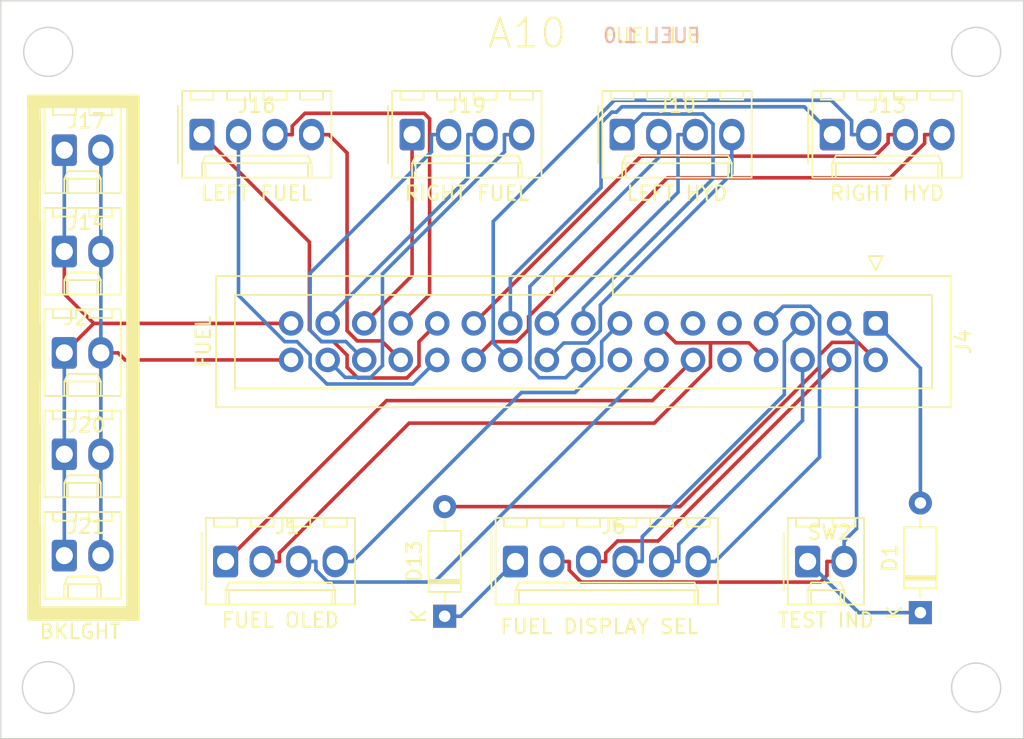
<source format=kicad_pcb>
(kicad_pcb (version 20240108) (generator "pcbnew") (generator_version "8.0")
  (layers (0 "F.Cu" signal) (31 "B.Cu" signal) (34 "B.Paste" user) (35 "F.Paste" user) (36 "B.SilkS" user "B.Silkscreen") (37 "F.SilkS" user "F.Silkscreen") (38 "B.Mask" user) (39 "F.Mask" user) (44 "Edge.Cuts" user))
  (net 0 "")
  (net 1 "Net-(D1-K)")
  (net 2 "Net-(D13-K)")
  (net 3 "COL0")
  (net 4 "COL1")
  (net 5 "+5V")
  (net 6 "FUEL_OLED_SC")
  (net 7 "FUEL_OLED_SD")
  (net 8 "GND")
  (net 9 "BACKLIGHT_-V")
  (net 10 "+12V")
  (net 11 "STEP_LEFT_FUEL_A")
  (net 13 "STEP_LEFT_HYD_C")
  (net 14 "ROW3")
  (net 15 "STEP_LEFT_HYD_B")
  (net 16 "STEP_HYD_RIGHT_A")
  (net 18 "STEP_HYD_RIGHT_B")
  (net 19 "STEP_LEFT_HYD_A")
  (net 20 "STEP_RIGHT_FUEL_B")
  (net 21 "STEP_RIGHT_FUEL_C")
  (net 22 "STEP_RIGHT_FUEL_A")
  (net 24 "STEP_LEFT_FUEL_B")
  (net 25 "STEP_LEFT_FUEL_D")
  (net 27 "ROW2")
  (net 28 "STEP_LEFT_HYD_D")
  (net 29 "STEP_HYD_RIGHT_C")
  (net 30 "ROW4")
  (net 31 "ROW0")
  (net 32 "ROW1")
  (net 33 "STEP_LEFT_FUEL_C")
  (net 34 "STEP_RIGHT_FUEL_D")
  (net 35 "STEP_HYD_RIGHT_D")
  (footprint "Connector_Molex:Molex_KK-254_AE-6410-02A_1x02_P2.54mm_Vertical" (layer "F.Cu") (at 100.18 77.825)
    (property "Reference" "J2" (at 0.8 -2.43 0) (layer "F.SilkS"))
    (property "Value" "BKLGHT" (hide yes))
    (pad "1" thru_hole roundrect (at 0 0) (size 1.74 2.19) (drill 1.19) (layers "*.Cu" "*.Mask") (roundrect_rratio 0.1436781609) (net 10 "+12V"))
    (pad "2" thru_hole oval (at 2.54 0) (size 1.74 2.19) (drill 1.19) (layers "*.Cu" "*.Mask") (net 9 "BACKLIGHT_-V"))
  )
  (footprint "Connector_Molex:Molex_KK-254_AE-6410-04A_1x04_P2.54mm_Vertical" (layer "F.Cu") (at 109.75 62.65)
    (property "Reference" "J16" (at 3.81 -2.032 0) (layer "F.SilkS"))
    (property "Value" "LEFT FUEL" (at 3.81 4.08 0) (layer "F.SilkS"))
    (pad "1" thru_hole roundrect (at 0 0) (size 1.74 2.19) (drill 1.19) (layers "*.Cu" "*.Mask") (roundrect_rratio 0.143678) (net 11 "STEP_LEFT_FUEL_A"))
    (pad "2" thru_hole oval (at 2.54 0) (size 1.74 2.19) (drill 1.19) (layers "*.Cu" "*.Mask") (net 24 "STEP_LEFT_FUEL_B"))
    (pad "3" thru_hole oval (at 5.08 0) (size 1.74 2.19) (drill 1.19) (layers "*.Cu" "*.Mask") (net 33 "STEP_LEFT_FUEL_C"))
    (pad "4" thru_hole oval (at 7.62 0) (size 1.74 2.19) (drill 1.19) (layers "*.Cu" "*.Mask") (net 25 "STEP_LEFT_FUEL_D"))
  )
  (footprint "Connector_Molex:Molex_KK-254_AE-6410-02A_1x02_P2.54mm_Vertical" (layer "F.Cu") (at 100.18 84.8725)
    (property "Reference" "J20" (at 1.524 -2.032 0) (layer "F.SilkS"))
    (property "Value" "BKLGHT" (hide yes))
    (pad "1" thru_hole roundrect (at 0 0) (size 1.74 2.19) (drill 1.19) (layers "*.Cu" "*.Mask") (roundrect_rratio 0.143678) (net 10 "+12V"))
    (pad "2" thru_hole oval (at 2.54 0) (size 1.74 2.19) (drill 1.19) (layers "*.Cu" "*.Mask") (net 9 "BACKLIGHT_-V"))
  )
  (footprint "Connector_Molex:Molex_KK-254_AE-6410-04A_1x04_P2.54mm_Vertical" (layer "F.Cu") (at 124.3583 62.65)
    (property "Reference" "J19" (at 3.81 -2.032 0) (layer "F.SilkS"))
    (property "Value" "RIGHT FUEL" (at 3.81 4.08 0) (layer "F.SilkS"))
    (pad "1" thru_hole roundrect (at 0 0) (size 1.74 2.19) (drill 1.19) (layers "*.Cu" "*.Mask") (roundrect_rratio 0.143678) (net 22 "STEP_RIGHT_FUEL_A"))
    (pad "2" thru_hole oval (at 2.54 0) (size 1.74 2.19) (drill 1.19) (layers "*.Cu" "*.Mask") (net 20 "STEP_RIGHT_FUEL_B"))
    (pad "3" thru_hole oval (at 5.08 0) (size 1.74 2.19) (drill 1.19) (layers "*.Cu" "*.Mask") (net 21 "STEP_RIGHT_FUEL_C"))
    (pad "4" thru_hole oval (at 7.62 0) (size 1.74 2.19) (drill 1.19) (layers "*.Cu" "*.Mask") (net 34 "STEP_RIGHT_FUEL_D"))
  )
  (footprint "Connector_Molex:Molex_KK-254_AE-6410-04A_1x04_P2.54mm_Vertical" (layer "F.Cu") (at 111.395 92.33)
    (property "Reference" "J1" (at 4.28 -2.43 0) (layer "F.SilkS"))
    (property "Value" "FUEL OLED" (at 3.81 4.08 0) (layer "F.SilkS"))
    (pad "1" thru_hole roundrect (at 0 0) (size 1.74 2.19) (drill 1.19) (layers "*.Cu" "*.Mask") (roundrect_rratio 0.1436781609) (net 5 "+5V"))
    (pad "2" thru_hole oval (at 2.54 0) (size 1.74 2.19) (drill 1.19) (layers "*.Cu" "*.Mask") (net 8 "GND"))
    (pad "3" thru_hole oval (at 5.08 0) (size 1.74 2.19) (drill 1.19) (layers "*.Cu" "*.Mask") (net 6 "FUEL_OLED_SC"))
    (pad "4" thru_hole oval (at 7.62 0) (size 1.74 2.19) (drill 1.19) (layers "*.Cu" "*.Mask") (net 7 "FUEL_OLED_SD"))
  )
  (footprint "Connector_Molex:Molex_KK-254_AE-6410-02A_1x02_P2.54mm_Vertical" (layer "F.Cu") (at 100.18 70.7775)
    (property "Reference" "J14" (at 1.524 -2.032 0) (layer "F.SilkS"))
    (property "Value" "BKLGHT" (hide yes))
    (pad "1" thru_hole roundrect (at 0 0) (size 1.74 2.19) (drill 1.19) (layers "*.Cu" "*.Mask") (roundrect_rratio 0.143678) (net 10 "+12V"))
    (pad "2" thru_hole oval (at 2.54 0) (size 1.74 2.19) (drill 1.19) (layers "*.Cu" "*.Mask") (net 9 "BACKLIGHT_-V"))
  )
  (footprint "Diode_THT:D_DO-35_SOD27_P7.62mm_Horizontal" (layer "F.Cu") (at 126.625 96.135 90)
    (property "Reference" "D13" (at 3.81 -2.12 -90) (layer "F.SilkS"))
    (property "Value" "D")
    (fp_text user "K" (at 0 -1.8 -90) (layer "F.SilkS"))
    (pad "1" thru_hole rect (at 0 0 90) (size 1.6 1.6) (drill 0.8) (layers "*.Cu" "*.Mask") (net 2 "Net-(D13-K)"))
    (pad "2" thru_hole oval (at 7.62 0 90) (size 1.6 1.6) (drill 0.8) (layers "*.Cu" "*.Mask") (net 4 "COL1"))
  )
  (footprint "Connector_Molex:Molex_KK-254_AE-6410-06A_1x06_P2.54mm_Vertical" (layer "F.Cu") (at 131.545 92.33)
    (property "Reference" "J6" (at 6.82 -2.43 0) (layer "F.SilkS"))
    (property "Value" "FUEL DISPLAY SEL" (at 5.83 4.525 0) (layer "F.SilkS"))
    (pad "1" thru_hole roundrect (at 0 0) (size 1.74 2.19) (drill 1.19) (layers "*.Cu" "*.Mask") (roundrect_rratio 0.1436781609) (net 2 "Net-(D13-K)"))
    (pad "2" thru_hole oval (at 2.54 0) (size 1.74 2.19) (drill 1.19) (layers "*.Cu" "*.Mask") (net 31 "ROW0"))
    (pad "3" thru_hole oval (at 5.08 0) (size 1.74 2.19) (drill 1.19) (layers "*.Cu" "*.Mask") (net 32 "ROW1"))
    (pad "4" thru_hole oval (at 7.62 0) (size 1.74 2.19) (drill 1.19) (layers "*.Cu" "*.Mask") (net 27 "ROW2"))
    (pad "5" thru_hole oval (at 10.16 0) (size 1.74 2.19) (drill 1.19) (layers "*.Cu" "*.Mask") (net 14 "ROW3"))
    (pad "6" thru_hole oval (at 12.7 0) (size 1.74 2.19) (drill 1.19) (layers "*.Cu" "*.Mask") (net 30 "ROW4"))
  )
  (footprint "Connector_Molex:Molex_KK-254_AE-6410-04A_1x04_P2.54mm_Vertical" (layer "F.Cu") (at 153.575 62.65)
    (property "Reference" "J13" (at 3.81 -2.032 0) (layer "F.SilkS"))
    (property "Value" "RIGHT HYD" (at 3.81 4.08 0) (layer "F.SilkS"))
    (pad "1" thru_hole roundrect (at 0 0) (size 1.74 2.19) (drill 1.19) (layers "*.Cu" "*.Mask") (roundrect_rratio 0.143678) (net 16 "STEP_HYD_RIGHT_A"))
    (pad "2" thru_hole oval (at 2.54 0) (size 1.74 2.19) (drill 1.19) (layers "*.Cu" "*.Mask") (net 18 "STEP_HYD_RIGHT_B"))
    (pad "3" thru_hole oval (at 5.08 0) (size 1.74 2.19) (drill 1.19) (layers "*.Cu" "*.Mask") (net 29 "STEP_HYD_RIGHT_C"))
    (pad "4" thru_hole oval (at 7.62 0) (size 1.74 2.19) (drill 1.19) (layers "*.Cu" "*.Mask") (net 35 "STEP_HYD_RIGHT_D"))
  )
  (footprint "Connector_Molex:Molex_KK-254_AE-6410-02A_1x02_P2.54mm_Vertical" (layer "F.Cu") (at 100.18 63.73)
    (property "Reference" "J17" (at 1.524 -2.032 0) (layer "F.SilkS"))
    (property "Value" "BKLGHT" (hide yes))
    (pad "1" thru_hole roundrect (at 0 0) (size 1.74 2.19) (drill 1.19) (layers "*.Cu" "*.Mask") (roundrect_rratio 0.143678) (net 10 "+12V"))
    (pad "2" thru_hole oval (at 2.54 0) (size 1.74 2.19) (drill 1.19) (layers "*.Cu" "*.Mask") (net 9 "BACKLIGHT_-V"))
  )
  (footprint "Connector_Molex:Molex_KK-254_AE-6410-04A_1x04_P2.54mm_Vertical" (layer "F.Cu") (at 138.9667 62.65)
    (property "Reference" "J10" (at 3.81 -2.032 0) (layer "F.SilkS"))
    (property "Value" "LEFT HYD" (at 3.81 4.08 0) (layer "F.SilkS"))
    (pad "1" thru_hole roundrect (at 0 0) (size 1.74 2.19) (drill 1.19) (layers "*.Cu" "*.Mask") (roundrect_rratio 0.143678) (net 19 "STEP_LEFT_HYD_A"))
    (pad "2" thru_hole oval (at 2.54 0) (size 1.74 2.19) (drill 1.19) (layers "*.Cu" "*.Mask") (net 15 "STEP_LEFT_HYD_B"))
    (pad "3" thru_hole oval (at 5.08 0) (size 1.74 2.19) (drill 1.19) (layers "*.Cu" "*.Mask") (net 13 "STEP_LEFT_HYD_C"))
    (pad "4" thru_hole oval (at 7.62 0) (size 1.74 2.19) (drill 1.19) (layers "*.Cu" "*.Mask") (net 28 "STEP_LEFT_HYD_D"))
  )
  (footprint "Diode_THT:D_DO-35_SOD27_P7.62mm_Horizontal" (layer "F.Cu") (at 159.7 95.885 90)
    (property "Reference" "D1" (at 3.81 -2.12 90) (layer "F.SilkS"))
    (property "Value" "D")
    (fp_text user "K" (at 0 -1.8 90) (layer "F.SilkS"))
    (pad "1" thru_hole rect (at 0 0 90) (size 1.6 1.6) (drill 0.8) (layers "*.Cu" "*.Mask") (net 1 "Net-(D1-K)"))
    (pad "2" thru_hole oval (at 7.62 0 90) (size 1.6 1.6) (drill 0.8) (layers "*.Cu" "*.Mask") (net 3 "COL0"))
  )
  (footprint "Connector_Molex:Molex_KK-254_AE-6410-02A_1x02_P2.54mm_Vertical" (layer "F.Cu") (at 151.86 92.33)
    (property "Reference" "SW2" (at 1.524 -2.032 0) (layer "F.SilkS"))
    (property "Value" "TEST IND" (at 1.27 4.08 0) (layer "F.SilkS"))
    (pad "1" thru_hole roundrect (at 0 0) (size 1.74 2.19) (drill 1.19) (layers "*.Cu" "*.Mask") (roundrect_rratio 0.143678) (net 1 "Net-(D1-K)"))
    (pad "2" thru_hole oval (at 2.54 0) (size 1.74 2.19) (drill 1.19) (layers "*.Cu" "*.Mask") (net 31 "ROW0"))
  )
  (footprint "Connector_Molex:Molex_KK-254_AE-6410-02A_1x02_P2.54mm_Vertical" (layer "F.Cu") (at 100.18 91.92)
    (property "Reference" "J21" (at 1.524 -2.032 0) (layer "F.SilkS"))
    (property "Value" "BKLGHT" (at 1.095 5.28 0) (layer "F.SilkS"))
    (pad "1" thru_hole roundrect (at 0 0) (size 1.74 2.19) (drill 1.19) (layers "*.Cu" "*.Mask") (roundrect_rratio 0.143678) (net 10 "+12V"))
    (pad "2" thru_hole oval (at 2.54 0) (size 1.74 2.19) (drill 1.19) (layers "*.Cu" "*.Mask") (net 9 "BACKLIGHT_-V"))
  )
  (footprint "Connector_IDC:IDC-Header_2x17_P2.54mm_Vertical" (layer "F.Cu") (at 156.59 75.775 -90)
    (property "Reference" "J4" (at 1.27 -6.1 90) (layer "F.SilkS"))
    (property "Value" "FUEL" (at 1.27 46.74 90) (layer "F.SilkS"))
    (pad "1" thru_hole roundrect (at 0 0 270) (size 1.7 1.7) (drill 1) (layers "*.Cu" "*.Mask") (roundrect_rratio 0.147059) (net 3 "COL0"))
    (pad "2" thru_hole circle (at 2.54 0 270) (size 1.7 1.7) (drill 1) (layers "*.Cu" "*.Mask") (net 4 "COL1"))
    (pad "3" thru_hole circle (at 0 2.54 270) (size 1.7 1.7) (drill 1) (layers "*.Cu" "*.Mask") (net 31 "ROW0"))
    (pad "4" thru_hole circle (at 2.54 2.54 270) (size 1.7 1.7) (drill 1) (layers "*.Cu" "*.Mask") (net 32 "ROW1"))
    (pad "5" thru_hole circle (at 0 5.08 270) (size 1.7 1.7) (drill 1) (layers "*.Cu" "*.Mask") (net 27 "ROW2"))
    (pad "6" thru_hole circle (at 2.54 5.08 270) (size 1.7 1.7) (drill 1) (layers "*.Cu" "*.Mask") (net 14 "ROW3"))
    (pad "7" thru_hole circle (at 0 7.62 270) (size 1.7 1.7) (drill 1) (layers "*.Cu" "*.Mask") (net 30 "ROW4"))
    (pad "8" thru_hole circle (at 2.54 7.62 270) (size 1.7 1.7) (drill 1) (layers "*.Cu" "*.Mask") (net 8 "GND"))
    (pad "9" thru_hole circle (at 0 10.16 270) (size 1.7 1.7) (drill 1) (layers "*.Cu" "*.Mask"))
    (pad "10" thru_hole circle (at 2.54 10.16 270) (size 1.7 1.7) (drill 1) (layers "*.Cu" "*.Mask"))
    (pad "11" thru_hole circle (at 0 12.7 270) (size 1.7 1.7) (drill 1) (layers "*.Cu" "*.Mask"))
    (pad "12" thru_hole circle (at 2.54 12.7 270) (size 1.7 1.7) (drill 1) (layers "*.Cu" "*.Mask") (net 5 "+5V"))
    (pad "13" thru_hole circle (at 0 15.24 270) (size 1.7 1.7) (drill 1) (layers "*.Cu" "*.Mask") (net 8 "GND"))
    (pad "14" thru_hole circle (at 2.54 15.24 270) (size 1.7 1.7) (drill 1) (layers "*.Cu" "*.Mask") (net 6 "FUEL_OLED_SC"))
    (pad "15" thru_hole circle (at 0 17.78 270) (size 1.7 1.7) (drill 1) (layers "*.Cu" "*.Mask") (net 7 "FUEL_OLED_SD"))
    (pad "16" thru_hole circle (at 2.54 17.78 270) (size 1.7 1.7) (drill 1) (layers "*.Cu" "*.Mask"))
    (pad "17" thru_hole circle (at 0 20.32 270) (size 1.7 1.7) (drill 1) (layers "*.Cu" "*.Mask") (net 19 "STEP_LEFT_HYD_A"))
    (pad "18" thru_hole circle (at 2.54 20.32 270) (size 1.7 1.7) (drill 1) (layers "*.Cu" "*.Mask") (net 15 "STEP_LEFT_HYD_B"))
    (pad "19" thru_hole circle (at 0 22.86 270) (size 1.7 1.7) (drill 1) (layers "*.Cu" "*.Mask") (net 13 "STEP_LEFT_HYD_C"))
    (pad "20" thru_hole circle (at 2.54 22.86 270) (size 1.7 1.7) (drill 1) (layers "*.Cu" "*.Mask") (net 28 "STEP_LEFT_HYD_D"))
    (pad "21" thru_hole circle (at 0 25.4 270) (size 1.7 1.7) (drill 1) (layers "*.Cu" "*.Mask") (net 16 "STEP_HYD_RIGHT_A"))
    (pad "22" thru_hole circle (at 2.54 25.4 270) (size 1.7 1.7) (drill 1) (layers "*.Cu" "*.Mask") (net 18 "STEP_HYD_RIGHT_B"))
    (pad "23" thru_hole circle (at 0 27.94 270) (size 1.7 1.7) (drill 1) (layers "*.Cu" "*.Mask") (net 29 "STEP_HYD_RIGHT_C"))
    (pad "24" thru_hole circle (at 2.54 27.94 270) (size 1.7 1.7) (drill 1) (layers "*.Cu" "*.Mask") (net 35 "STEP_HYD_RIGHT_D"))
    (pad "25" thru_hole circle (at 0 30.48 270) (size 1.7 1.7) (drill 1) (layers "*.Cu" "*.Mask") (net 11 "STEP_LEFT_FUEL_A"))
    (pad "26" thru_hole circle (at 2.54 30.48 270) (size 1.7 1.7) (drill 1) (layers "*.Cu" "*.Mask") (net 24 "STEP_LEFT_FUEL_B"))
    (pad "27" thru_hole circle (at 0 33.02 270) (size 1.7 1.7) (drill 1) (layers "*.Cu" "*.Mask") (net 33 "STEP_LEFT_FUEL_C"))
    (pad "28" thru_hole circle (at 2.54 33.02 270) (size 1.7 1.7) (drill 1) (layers "*.Cu" "*.Mask") (net 25 "STEP_LEFT_FUEL_D"))
    (pad "29" thru_hole circle (at 0 35.56 270) (size 1.7 1.7) (drill 1) (layers "*.Cu" "*.Mask") (net 22 "STEP_RIGHT_FUEL_A"))
    (pad "30" thru_hole circle (at 2.54 35.56 270) (size 1.7 1.7) (drill 1) (layers "*.Cu" "*.Mask") (net 20 "STEP_RIGHT_FUEL_B"))
    (pad "31" thru_hole circle (at 0 38.1 270) (size 1.7 1.7) (drill 1) (layers "*.Cu" "*.Mask") (net 21 "STEP_RIGHT_FUEL_C"))
    (pad "32" thru_hole circle (at 2.54 38.1 270) (size 1.7 1.7) (drill 1) (layers "*.Cu" "*.Mask") (net 34 "STEP_RIGHT_FUEL_D"))
    (pad "33" thru_hole circle (at 0 40.64 270) (size 1.7 1.7) (drill 1) (layers "*.Cu" "*.Mask") (net 10 "+12V"))
    (pad "34" thru_hole circle (at 2.54 40.64 270) (size 1.7 1.7) (drill 1) (layers "*.Cu" "*.Mask") (net 9 "BACKLIGHT_-V"))
  )
  (gr_rect (start 104.55 59.94365) (end 105.35 96.38135) (stroke (width 0.15)) (fill solid) (layer "F.SilkS"))
  (gr_rect (start 97.67 60.15) (end 98.47 96.3754) (stroke (width 0.15)) (fill solid) (layer "F.SilkS"))
  (gr_rect (start 98 95.515) (end 105.05 96.375) (stroke (width 0.15)) (fill solid) (layer "F.SilkS"))
  (gr_rect (start 97.66 59.94365) (end 105.3 60.74365) (stroke (width 0.15)) (fill solid) (layer "F.SilkS"))
  (gr_rect (start 95.758 53.34) (end 166.878 104.648) (stroke (width 0.1)) (fill none) (layer "Edge.Cuts"))
  (gr_circle (center 163.576 101.092) (end 165.1 101.854) (stroke (width 0.1)) (fill none) (layer "Edge.Cuts"))
  (gr_circle (center 163.576 56.896) (end 165.1 57.658) (stroke (width 0.1)) (fill none) (layer "Edge.Cuts"))
  (gr_circle (center 99.06 56.896) (end 100.584 57.658) (stroke (width 0.1)) (fill none) (layer "Edge.Cuts"))
  (gr_circle (center 99.06 101.092) (end 100.838 101.346) (stroke (width 0.1)) (fill none) (layer "Edge.Cuts"))
  (gr_text "FUEL 1.0\n" (at 144.5 56.35 -0) (layer "B.SilkS") (effects (font (size 1 1)) (justify left bottom mirror)))
  (gr_text "A10" (at 129.5 56.77 0) (layer "F.SilkS") (effects (font (size 2 2)) (justify left bottom)))
  (gr_text "FUEL 1.0\n" (at 137.55 56.35 0) (layer "F.SilkS") (effects (font (size 1 1)) (justify left bottom)))
  (segment (start 151.86 92.33) (end 155.415 95.885) (width 0.25) (layer "B.Cu") (net 1))
  (segment (start 155.415 95.885) (end 159.7 95.885) (width 0.25) (layer "B.Cu") (net 1))
  (segment (start 127.7517 96.1233) (end 127.7517 96.135) (width 0.25) (layer "B.Cu") (net 2))
  (segment (start 126.625 96.135) (end 127.7517 96.135) (width 0.25) (layer "B.Cu") (net 2))
  (segment (start 131.545 92.33) (end 127.7517 96.1233) (width 0.25) (layer "B.Cu") (net 2))
  (segment (start 156.59 75.775) (end 159.7 78.885) (width 0.25) (layer "B.Cu") (net 3))
  (segment (start 159.7 78.885) (end 159.7 88.265) (width 0.25) (layer "B.Cu") (net 3))
  (segment (start 153.5667 77.0974) (end 152.6867 77.9774) (width 0.25) (layer "F.Cu") (net 4))
  (segment (start 152.6867 77.9774) (end 152.6867 78.803) (width 0.25) (layer "F.Cu") (net 4))
  (segment (start 142.9747 88.515) (end 126.625 88.515) (width 0.25) (layer "F.Cu") (net 4))
  (segment (start 152.6867 78.803) (end 142.9747 88.515) (width 0.25) (layer "F.Cu") (net 4))
  (segment (start 156.59 78.315) (end 155.3724 77.0974) (width 0.25) (layer "F.Cu") (net 4))
  (segment (start 155.3724 77.0974) (end 153.5667 77.0974) (width 0.25) (layer "F.Cu") (net 4))
  (segment (start 111.395 92.33) (end 122.5811 81.1439) (width 0.25) (layer "F.Cu") (net 5))
  (segment (start 141.0611 81.1439) (end 143.89 78.315) (width 0.25) (layer "F.Cu") (net 5))
  (segment (start 122.5811 81.1439) (end 141.0611 81.1439) (width 0.25) (layer "F.Cu") (net 5))
  (segment (start 125.9076 93.7574) (end 141.35 78.315) (width 0.25) (layer "B.Cu") (net 6))
  (segment (start 116.475 92.33) (end 117.6717 92.33) (width 0.25) (layer "B.Cu") (net 6))
  (segment (start 118.5008 93.7574) (end 125.9076 93.7574) (width 0.25) (layer "B.Cu") (net 6))
  (segment (start 117.6717 92.9283) (end 118.5008 93.7574) (width 0.25) (layer "B.Cu") (net 6))
  (segment (start 117.6717 92.33) (end 117.6717 92.9283) (width 0.25) (layer "B.Cu") (net 6))
  (segment (start 137.54 78.7266) (end 137.54 77.045) (width 0.25) (layer "B.Cu") (net 7))
  (segment (start 120.2117 92.33) (end 131.9628 80.5789) (width 0.25) (layer "B.Cu") (net 7))
  (segment (start 135.6877 80.5789) (end 137.54 78.7266) (width 0.25) (layer "B.Cu") (net 7))
  (segment (start 137.54 77.045) (end 138.81 75.775) (width 0.25) (layer "B.Cu") (net 7))
  (segment (start 119.015 92.33) (end 120.2117 92.33) (width 0.25) (layer "B.Cu") (net 7))
  (segment (start 131.9628 80.5789) (end 135.6877 80.5789) (width 0.25) (layer "B.Cu") (net 7))
  (segment (start 145.1053 77.1244) (end 147.7794 77.1244) (width 0.25) (layer "F.Cu") (net 8))
  (segment (start 142.6994 77.1244) (end 141.35 75.775) (width 0.25) (layer "F.Cu") (net 8))
  (segment (start 141.1929 82.7085) (end 145.1053 78.7961) (width 0.25) (layer "F.Cu") (net 8))
  (segment (start 113.935 92.33) (end 115.1317 92.33) (width 0.25) (layer "F.Cu") (net 8))
  (segment (start 115.1317 92.33) (end 115.1317 91.7316) (width 0.25) (layer "F.Cu") (net 8))
  (segment (start 147.7794 77.1244) (end 148.97 78.315) (width 0.25) (layer "F.Cu") (net 8))
  (segment (start 115.1317 91.7316) (end 124.1548 82.7085) (width 0.25) (layer "F.Cu") (net 8))
  (segment (start 124.1548 82.7085) (end 141.1929 82.7085) (width 0.25) (layer "F.Cu") (net 8))
  (segment (start 145.1053 77.1244) (end 142.6994 77.1244) (width 0.25) (layer "F.Cu") (net 8))
  (segment (start 145.1053 78.7961) (end 145.1053 77.1244) (width 0.25) (layer "F.Cu") (net 8))
  (segment (start 104.4067 78.315) (end 103.9167 77.825) (width 0.25) (layer "F.Cu") (net 9))
  (segment (start 102.72 77.825) (end 103.9167 77.825) (width 0.25) (layer "F.Cu") (net 9))
  (segment (start 115.95 78.315) (end 104.4067 78.315) (width 0.25) (layer "F.Cu") (net 9))
  (segment (start 102.72 84.8725) (end 102.72 91.92) (width 0.25) (layer "B.Cu") (net 9))
  (segment (start 102.72 77.825) (end 102.72 84.8725) (width 0.25) (layer "B.Cu") (net 9))
  (segment (start 102.72 63.73) (end 102.72 70.7775) (width 0.25) (layer "B.Cu") (net 9))
  (segment (start 102.72 70.7775) (end 102.72 77.825) (width 0.25) (layer "B.Cu") (net 9))
  (segment (start 100.18 73.725) (end 100.18 70.7775) (width 0.25) (layer "F.Cu") (net 10))
  (segment (start 102.23 75.775) (end 100.18 77.825) (width 0.25) (layer "F.Cu") (net 10))
  (segment (start 102.23 75.775) (end 100.18 73.725) (width 0.25) (layer "F.Cu") (net 10))
  (segment (start 115.95 75.775) (end 102.23 75.775) (width 0.25) (layer "F.Cu") (net 10))
  (segment (start 100.18 77.825) (end 100.18 84.8725) (width 0.25) (layer "B.Cu") (net 10))
  (segment (start 100.18 70.7775) (end 100.18 63.73) (width 0.25) (layer "B.Cu") (net 10))
  (segment (start 100.18 84.8725) (end 100.18 91.92) (width 0.25) (layer "B.Cu") (net 10))
  (segment (start 118.8989 77.045) (end 118.0591 77.045) (width 0.25) (layer "F.Cu") (net 11))
  (segment (start 117.22 76.2059) (end 117.22 70.12) (width 0.25) (layer "F.Cu") (net 11))
  (segment (start 120.5837 79.5713) (end 119.8399 78.8275) (width 0.25) (layer "F.Cu") (net 11))
  (segment (start 117.22 70.12) (end 109.75 62.65) (width 0.25) (layer "F.Cu") (net 11))
  (segment (start 119.8399 77.986) (end 118.8989 77.045) (width 0.25) (layer "F.Cu") (net 11))
  (segment (start 119.8399 78.8275) (end 119.8399 77.986) (width 0.25) (layer "F.Cu") (net 11))
  (segment (start 124.84 78.7259) (end 123.9946 79.5713) (width 0.25) (layer "F.Cu") (net 11))
  (segment (start 126.11 75.775) (end 124.84 77.045) (width 0.25) (layer "F.Cu") (net 11))
  (segment (start 124.84 77.045) (end 124.84 78.7259) (width 0.25) (layer "F.Cu") (net 11))
  (segment (start 123.9946 79.5713) (end 120.5837 79.5713) (width 0.25) (layer "F.Cu") (net 11))
  (segment (start 118.0591 77.045) (end 117.22 76.2059) (width 0.25) (layer "F.Cu") (net 11))
  (segment (start 142.85 62.65) (end 142.85 66.655) (width 0.25) (layer "B.Cu") (net 13))
  (segment (start 144.0467 62.65) (end 142.85 62.65) (width 0.25) (layer "B.Cu") (net 13))
  (segment (start 142.85 66.655) (end 133.73 75.775) (width 0.25) (layer "B.Cu") (net 13))
  (segment (start 151.51 82.525) (end 151.51 78.315) (width 0.25) (layer "B.Cu") (net 14))
  (segment (start 142.9017 92.33) (end 142.9017 91.1333) (width 0.25) (layer "B.Cu") (net 14))
  (segment (start 141.705 92.33) (end 142.9017 92.33) (width 0.25) (layer "B.Cu") (net 14))
  (segment (start 142.9017 91.1333) (end 151.51 82.525) (width 0.25) (layer "B.Cu") (net 14))
  (segment (start 141.5067 64.2411) (end 141.5067 62.65) (width 0.25) (layer "B.Cu") (net 15))
  (segment (start 132.5499 78.8964) (end 132.5499 73.1979) (width 0.25) (layer "B.Cu") (net 15))
  (segment (start 133.2066 79.5531) (end 132.5499 78.8964) (width 0.25) (layer "B.Cu") (net 15))
  (segment (start 135.0319 79.5531) (end 133.2066 79.5531) (width 0.25) (layer "B.Cu") (net 15))
  (segment (start 132.5499 73.1979) (end 141.5067 64.2411) (width 0.25) (layer "B.Cu") (net 15))
  (segment (start 136.27 78.315) (end 135.0319 79.5531) (width 0.25) (layer "B.Cu") (net 15))
  (segment (start 131.19 72.6485) (end 131.19 75.775) (width 0.25) (layer "B.Cu") (net 16))
  (segment (start 138.5712 61.0842) (end 138.245 61.0842) (width 0.25) (layer "B.Cu") (net 16))
  (segment (start 153.575 62.65) (end 151.6373 60.7123) (width 0.25) (layer "B.Cu") (net 16))
  (segment (start 138.245 61.0842) (end 137.4986 61.8306) (width 0.25) (layer "B.Cu") (net 16))
  (segment (start 137.4986 66.3399) (end 131.19 72.6485) (width 0.25) (layer "B.Cu") (net 16))
  (segment (start 151.6373 60.7123) (end 138.9431 60.7123) (width 0.25) (layer "B.Cu") (net 16))
  (segment (start 137.4986 61.8306) (end 137.4986 66.3399) (width 0.25) (layer "B.Cu") (net 16))
  (segment (start 138.9431 60.7123) (end 138.5712 61.0842) (width 0.25) (layer "B.Cu") (net 16))
  (segment (start 156.115 62.65) (end 154.9183 62.65) (width 0.25) (layer "B.Cu") (net 18))
  (segment (start 153.5012 60.2606) (end 154.9183 61.6777) (width 0.25) (layer "B.Cu") (net 18))
  (segment (start 130.0009 68.6895) (end 138.4298 60.2606) (width 0.25) (layer "B.Cu") (net 18))
  (segment (start 130.0009 77.1259) (end 130.0009 68.6895) (width 0.25) (layer "B.Cu") (net 18))
  (segment (start 138.4298 60.2606) (end 153.5012 60.2606) (width 0.25) (layer "B.Cu") (net 18))
  (segment (start 154.9183 61.6777) (end 154.9183 62.65) (width 0.25) (layer "B.Cu") (net 18))
  (segment (start 131.19 78.315) (end 130.0009 77.1259) (width 0.25) (layer "B.Cu") (net 18))
  (segment (start 145.2842 61.9171) (end 145.2842 65.7048) (width 0.25) (layer "B.Cu") (net 19))
  (segment (start 145.2842 65.7048) (end 136.27 74.719) (width 0.25) (layer "B.Cu") (net 19))
  (segment (start 136.27 74.719) (end 136.27 75.775) (width 0.25) (layer "B.Cu") (net 19))
  (segment (start 140.4004 61.2163) (end 144.5834 61.2163) (width 0.25) (layer "B.Cu") (net 19))
  (segment (start 138.9667 62.65) (end 140.4004 61.2163) (width 0.25) (layer "B.Cu") (net 19))
  (segment (start 144.5834 61.2163) (end 145.2842 61.9171) (width 0.25) (layer "B.Cu") (net 19))
  (segment (start 126.8983 62.65) (end 125.7016 62.65) (width 0.25) (layer "B.Cu") (net 20))
  (segment (start 125.7016 63.8467) (end 125.7016 62.65) (width 0.25) (layer "B.Cu") (net 20))
  (segment (start 117.2722 76.2547) (end 117.2722 72.2761) (width 0.25) (layer "B.Cu") (net 20))
  (segment (start 121.03 78.315) (end 119.7532 77.0382) (width 0.25) (layer "B.Cu") (net 20))
  (segment (start 118.0557 77.0382) (end 117.2722 76.2547) (width 0.25) (layer "B.Cu") (net 20))
  (segment (start 117.2722 72.2761) (end 125.7016 63.8467) (width 0.25) (layer "B.Cu") (net 20))
  (segment (start 119.7532 77.0382) (end 118.0557 77.0382) (width 0.25) (layer "B.Cu") (net 20))
  (segment (start 129.4383 62.65) (end 128.2416 62.65) (width 0.25) (layer "B.Cu") (net 21))
  (segment (start 128.2416 65.6733) (end 118.49 75.4249) (width 0.25) (layer "B.Cu") (net 21))
  (segment (start 128.2416 62.65) (end 128.2416 65.6733) (width 0.25) (layer "B.Cu") (net 21))
  (segment (start 118.49 75.4249) (end 118.49 75.775) (width 0.25) (layer "B.Cu") (net 21))
  (segment (start 124.3583 72.4467) (end 124.3583 62.65) (width 0.25) (layer "F.Cu") (net 22))
  (segment (start 121.03 75.775) (end 124.3583 72.4467) (width 0.25) (layer "F.Cu") (net 22))
  (segment (start 115.5076 77.045) (end 112.29 73.8274) (width 0.25) (layer "B.Cu") (net 24))
  (segment (start 124.4357 79.9893) (end 118.438 79.9893) (width 0.25) (layer "B.Cu") (net 24))
  (segment (start 117.2724 77.9585) (end 116.3589 77.045) (width 0.25) (layer "B.Cu") (net 24))
  (segment (start 126.11 78.315) (end 124.4357 79.9893) (width 0.25) (layer "B.Cu") (net 24))
  (segment (start 118.438 79.9893) (end 117.2724 78.8237) (width 0.25) (layer "B.Cu") (net 24))
  (segment (start 112.29 73.8274) (end 112.29 62.65) (width 0.25) (layer "B.Cu") (net 24))
  (segment (start 116.3589 77.045) (end 115.5076 77.045) (width 0.25) (layer "B.Cu") (net 24))
  (segment (start 117.2724 78.8237) (end 117.2724 77.9585) (width 0.25) (layer "B.Cu") (net 24))
  (segment (start 122.2476 76.9926) (end 120.5467 76.9926) (width 0.25) (layer "F.Cu") (net 25))
  (segment (start 119.8397 63.923) (end 118.5667 62.65) (width 0.25) (layer "F.Cu") (net 25))
  (segment (start 117.37 62.65) (end 118.5667 62.65) (width 0.25) (layer "F.Cu") (net 25))
  (segment (start 123.57 78.315) (end 122.2476 76.9926) (width 0.25) (layer "F.Cu") (net 25))
  (segment (start 119.8397 76.2856) (end 119.8397 63.923) (width 0.25) (layer "F.Cu") (net 25))
  (segment (start 120.5467 76.9926) (end 119.8397 76.2856) (width 0.25) (layer "F.Cu") (net 25))
  (segment (start 140.3617 90.6045) (end 140.3617 92.33) (width 0.25) (layer "B.Cu") (net 27))
  (segment (start 150.24 77.045) (end 150.24 80.7262) (width 0.25) (layer "B.Cu") (net 27))
  (segment (start 150.24 80.7262) (end 140.3617 90.6045) (width 0.25) (layer "B.Cu") (net 27))
  (segment (start 151.51 75.775) (end 150.24 77.045) (width 0.25) (layer "B.Cu") (net 27))
  (segment (start 139.165 92.33) (end 140.3617 92.33) (width 0.25) (layer "B.Cu") (net 27))
  (segment (start 137.4467 74.4993) (end 146.5867 65.3593) (width 0.25) (layer "B.Cu") (net 28))
  (segment (start 146.5867 65.3593) (end 146.5867 62.65) (width 0.25) (layer "B.Cu") (net 28))
  (segment (start 133.73 78.315) (end 134.9067 77.1383) (width 0.25) (layer "B.Cu") (net 28))
  (segment (start 134.9067 77.1383) (end 136.586 77.1383) (width 0.25) (layer "B.Cu") (net 28))
  (segment (start 136.586 77.1383) (end 137.4467 76.2776) (width 0.25) (layer "B.Cu") (net 28))
  (segment (start 137.4467 76.2776) (end 137.4467 74.4993) (width 0.25) (layer "B.Cu") (net 28))
  (segment (start 140.2779 64.1471) (end 156.5354 64.1471) (width 0.25) (layer "F.Cu") (net 29))
  (segment (start 157.4583 63.2242) (end 157.4583 62.65) (width 0.25) (layer "F.Cu") (net 29))
  (segment (start 156.5354 64.1471) (end 157.4583 63.2242) (width 0.25) (layer "F.Cu") (net 29))
  (segment (start 128.65 75.775) (end 140.2779 64.1471) (width 0.25) (layer "F.Cu") (net 29))
  (segment (start 158.655 62.65) (end 157.4583 62.65) (width 0.25) (layer "F.Cu") (net 29))
  (segment (start 152.0434 74.5843) (end 152.6879 75.2288) (width 0.25) (layer "B.Cu") (net 30))
  (segment (start 152.6879 75.2288) (end 152.6879 85.0838) (width 0.25) (layer "B.Cu") (net 30))
  (segment (start 148.97 75.775) (end 150.1607 74.5843) (width 0.25) (layer "B.Cu") (net 30))
  (segment (start 150.1607 74.5843) (end 152.0434 74.5843) (width 0.25) (layer "B.Cu") (net 30))
  (segment (start 144.245 92.33) (end 145.4417 92.33) (width 0.25) (layer "B.Cu") (net 30))
  (segment (start 152.6879 85.0838) (end 145.4417 92.33) (width 0.25) (layer "B.Cu") (net 30))
  (segment (start 135.2817 92.9284) (end 136.1162 93.7629) (width 0.25) (layer "F.Cu") (net 31))
  (segment (start 152.7427 93.7629) (end 153.2033 93.3023) (width 0.25) (layer "F.Cu") (net 31))
  (segment (start 136.1162 93.7629) (end 152.7427 93.7629) (width 0.25) (layer "F.Cu") (net 31))
  (segment (start 154.4 92.33) (end 153.2033 92.33) (width 0.25) (layer "F.Cu") (net 31))
  (segment (start 134.085 92.33) (end 135.2817 92.33) (width 0.25) (layer "F.Cu") (net 31))
  (segment (start 153.2033 93.3023) (end 153.2033 92.33) (width 0.25) (layer "F.Cu") (net 31))
  (segment (start 135.2817 92.33) (end 135.2817 92.9284) (width 0.25) (layer "F.Cu") (net 31))
  (segment (start 155.2624 76.9874) (end 155.2624 90.0459) (width 0.25) (layer "B.Cu") (net 31))
  (segment (start 155.2624 90.0459) (end 154.4 90.9083) (width 0.25) (layer "B.Cu") (net 31))
  (segment (start 154.4 92.33) (end 154.4 90.9083) (width 0.25) (layer "B.Cu") (net 31))
  (segment (start 154.05 75.775) (end 155.2624 76.9874) (width 0.25) (layer "B.Cu") (net 31))
  (segment (start 136.625 92.33) (end 137.8217 92.33) (width 0.25) (layer "F.Cu") (net 32))
  (segment (start 141.4628 90.9022) (end 154.05 78.315) (width 0.25) (layer "F.Cu") (net 32))
  (segment (start 138.6511 90.9022) (end 141.4628 90.9022) (width 0.25) (layer "F.Cu") (net 32))
  (segment (start 137.8217 91.7316) (end 138.6511 90.9022) (width 0.25) (layer "F.Cu") (net 32))
  (segment (start 137.8217 92.33) (end 137.8217 91.7316) (width 0.25) (layer "F.Cu") (net 32))
  (segment (start 116.9136 61.1647) (end 116.0267 62.0516) (width 0.25) (layer "F.Cu") (net 33))
  (segment (start 114.83 62.65) (end 116.0267 62.65) (width 0.25) (layer "F.Cu") (net 33))
  (segment (start 125.5779 61.5507) (end 125.1919 61.1647) (width 0.25) (layer "F.Cu") (net 33))
  (segment (start 123.57 75.775) (end 125.5779 73.7671) (width 0.25) (layer "F.Cu") (net 33))
  (segment (start 125.5779 73.7671) (end 125.5779 61.5507) (width 0.25) (layer "F.Cu") (net 33))
  (segment (start 125.1919 61.1647) (end 116.9136 61.1647) (width 0.25) (layer "F.Cu") (net 33))
  (segment (start 116.0267 62.0516) (end 116.0267 62.65) (width 0.25) (layer "F.Cu") (net 33))
  (segment (start 122.3 78.7092) (end 122.3 72.3283) (width 0.25) (layer "B.Cu") (net 34))
  (segment (start 122.3 72.3283) (end 130.7816 63.8467) (width 0.25) (layer "B.Cu") (net 34))
  (segment (start 119.7041 79.5291) (end 121.4801 79.5291) (width 0.25) (layer "B.Cu") (net 34))
  (segment (start 118.49 78.315) (end 119.7041 79.5291) (width 0.25) (layer "B.Cu") (net 34))
  (segment (start 121.4801 79.5291) (end 122.3 78.7092) (width 0.25) (layer "B.Cu") (net 34))
  (segment (start 131.9783 62.65) (end 130.7816 62.65) (width 0.25) (layer "B.Cu") (net 34))
  (segment (start 130.7816 63.8467) (end 130.7816 62.65) (width 0.25) (layer "B.Cu") (net 34))
  (segment (start 128.65 78.315) (end 129.92 77.045) (width 0.25) (layer "F.Cu") (net 35))
  (segment (start 157.5957 65.6509) (end 159.9983 63.2483) (width 0.25) (layer "F.Cu") (net 35))
  (segment (start 161.195 62.65) (end 159.9983 62.65) (width 0.25) (layer "F.Cu") (net 35))
  (segment (start 131.6209 77.045) (end 132.4601 76.2058) (width 0.25) (layer "F.Cu") (net 35))
  (segment (start 159.9983 63.2483) (end 159.9983 62.65) (width 0.25) (layer "F.Cu") (net 35))
  (segment (start 129.92 77.045) (end 131.6209 77.045) (width 0.25) (layer "F.Cu") (net 35))
  (segment (start 132.4601 75.3019) (end 142.1111 65.6509) (width 0.25) (layer "F.Cu") (net 35))
  (segment (start 132.4601 76.2058) (end 132.4601 75.3019) (width 0.25) (layer "F.Cu") (net 35))
  (segment (start 142.1111 65.6509) (end 157.5957 65.6509) (width 0.25) (layer "F.Cu") (net 35))
)
</source>
